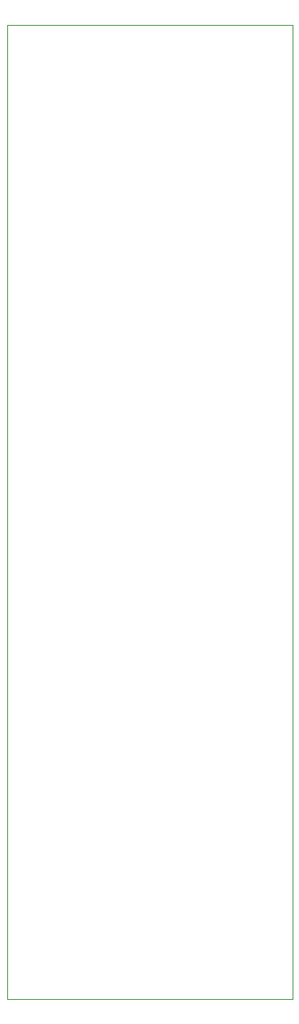
<source format=gbr>
%TF.GenerationSoftware,KiCad,Pcbnew,5.1.9+dfsg1-1~bpo10+1*%
%TF.CreationDate,2022-03-11T22:19:31+08:00*%
%TF.ProjectId,MiniVCF  v1.1 -  Control,4d696e69-5643-4462-9020-76312e31202d,rev?*%
%TF.SameCoordinates,Original*%
%TF.FileFunction,Profile,NP*%
%FSLAX46Y46*%
G04 Gerber Fmt 4.6, Leading zero omitted, Abs format (unit mm)*
G04 Created by KiCad (PCBNEW 5.1.9+dfsg1-1~bpo10+1) date 2022-03-11 22:19:31*
%MOMM*%
%LPD*%
G01*
G04 APERTURE LIST*
%TA.AperFunction,Profile*%
%ADD10C,0.050000*%
%TD*%
G04 APERTURE END LIST*
D10*
X102000000Y-53000000D02*
X72000000Y-53000000D01*
X102000000Y-155500000D02*
X102000000Y-53000000D01*
X72000000Y-155500000D02*
X102000000Y-155500000D01*
X72000000Y-53000000D02*
X72000000Y-155500000D01*
M02*

</source>
